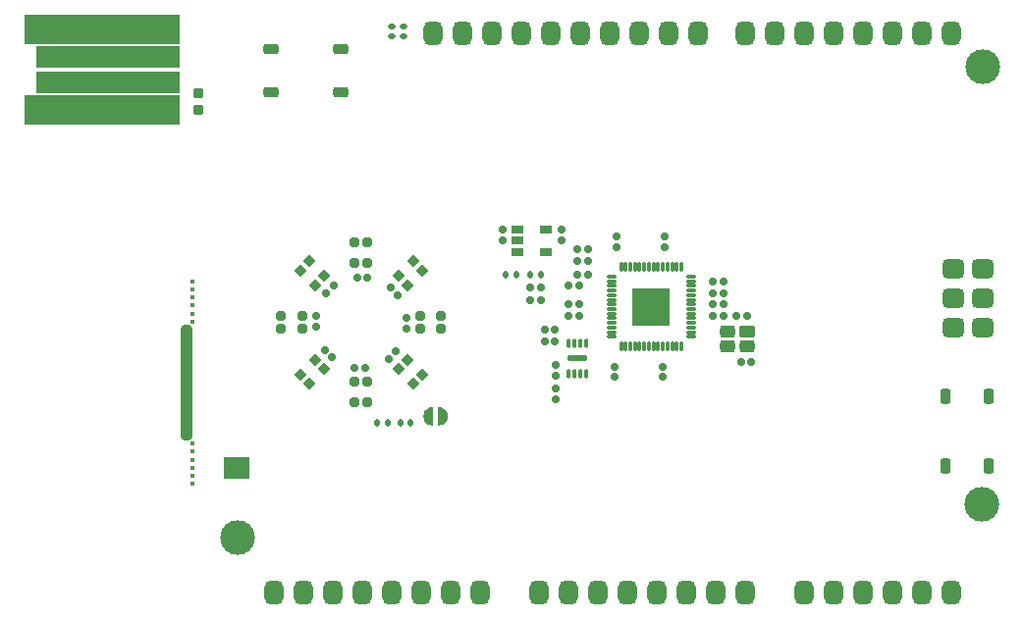
<source format=gts>
G04*
G04 #@! TF.GenerationSoftware,Altium Limited,Altium Designer,21.1.1 (26)*
G04*
G04 Layer_Color=8388736*
%FSAX44Y44*%
%MOMM*%
G71*
G04*
G04 #@! TF.SameCoordinates,35B4BD9A-10F4-4648-9EF8-68C66FDF8F35*
G04*
G04*
G04 #@! TF.FilePolarity,Negative*
G04*
G01*
G75*
%ADD33R,2.2000X1.8500*%
G04:AMPARAMS|DCode=34|XSize=0.8mm|YSize=0.35mm|CornerRadius=0.1125mm|HoleSize=0mm|Usage=FLASHONLY|Rotation=90.000|XOffset=0mm|YOffset=0mm|HoleType=Round|Shape=RoundedRectangle|*
%AMROUNDEDRECTD34*
21,1,0.8000,0.1250,0,0,90.0*
21,1,0.5750,0.3500,0,0,90.0*
1,1,0.2250,0.0625,0.2875*
1,1,0.2250,0.0625,-0.2875*
1,1,0.2250,-0.0625,-0.2875*
1,1,0.2250,-0.0625,0.2875*
%
%ADD34ROUNDEDRECTD34*%
G04:AMPARAMS|DCode=35|XSize=1.7mm|YSize=0.5mm|CornerRadius=0.15mm|HoleSize=0mm|Usage=FLASHONLY|Rotation=180.000|XOffset=0mm|YOffset=0mm|HoleType=Round|Shape=RoundedRectangle|*
%AMROUNDEDRECTD35*
21,1,1.7000,0.2000,0,0,180.0*
21,1,1.4000,0.5000,0,0,180.0*
1,1,0.3000,-0.7000,0.1000*
1,1,0.3000,0.7000,0.1000*
1,1,0.3000,0.7000,-0.1000*
1,1,0.3000,-0.7000,-0.1000*
%
%ADD35ROUNDEDRECTD35*%
G04:AMPARAMS|DCode=36|XSize=1.3mm|YSize=1.1mm|CornerRadius=0.3mm|HoleSize=0mm|Usage=FLASHONLY|Rotation=180.000|XOffset=0mm|YOffset=0mm|HoleType=Round|Shape=RoundedRectangle|*
%AMROUNDEDRECTD36*
21,1,1.3000,0.5000,0,0,180.0*
21,1,0.7000,1.1000,0,0,180.0*
1,1,0.6000,-0.3500,0.2500*
1,1,0.6000,0.3500,0.2500*
1,1,0.6000,0.3500,-0.2500*
1,1,0.6000,-0.3500,-0.2500*
%
%ADD36ROUNDEDRECTD36*%
G04:AMPARAMS|DCode=37|XSize=1.3mm|YSize=1.1mm|CornerRadius=0.15mm|HoleSize=0mm|Usage=FLASHONLY|Rotation=180.000|XOffset=0mm|YOffset=0mm|HoleType=Round|Shape=RoundedRectangle|*
%AMROUNDEDRECTD37*
21,1,1.3000,0.8000,0,0,180.0*
21,1,1.0000,1.1000,0,0,180.0*
1,1,0.3000,-0.5000,0.4000*
1,1,0.3000,0.5000,0.4000*
1,1,0.3000,0.5000,-0.4000*
1,1,0.3000,-0.5000,-0.4000*
%
%ADD37ROUNDEDRECTD37*%
G04:AMPARAMS|DCode=38|XSize=0.6mm|YSize=0.6mm|CornerRadius=0.175mm|HoleSize=0mm|Usage=FLASHONLY|Rotation=90.000|XOffset=0mm|YOffset=0mm|HoleType=Round|Shape=RoundedRectangle|*
%AMROUNDEDRECTD38*
21,1,0.6000,0.2500,0,0,90.0*
21,1,0.2500,0.6000,0,0,90.0*
1,1,0.3500,0.1250,0.1250*
1,1,0.3500,0.1250,-0.1250*
1,1,0.3500,-0.1250,-0.1250*
1,1,0.3500,-0.1250,0.1250*
%
%ADD38ROUNDEDRECTD38*%
G04:AMPARAMS|DCode=39|XSize=0.8mm|YSize=0.8mm|CornerRadius=0.19mm|HoleSize=0mm|Usage=FLASHONLY|Rotation=90.000|XOffset=0mm|YOffset=0mm|HoleType=Round|Shape=RoundedRectangle|*
%AMROUNDEDRECTD39*
21,1,0.8000,0.4200,0,0,90.0*
21,1,0.4200,0.8000,0,0,90.0*
1,1,0.3800,0.2100,0.2100*
1,1,0.3800,0.2100,-0.2100*
1,1,0.3800,-0.2100,-0.2100*
1,1,0.3800,-0.2100,0.2100*
%
%ADD39ROUNDEDRECTD39*%
G04:AMPARAMS|DCode=40|XSize=0.6mm|YSize=0.6mm|CornerRadius=0.175mm|HoleSize=0mm|Usage=FLASHONLY|Rotation=0.000|XOffset=0mm|YOffset=0mm|HoleType=Round|Shape=RoundedRectangle|*
%AMROUNDEDRECTD40*
21,1,0.6000,0.2500,0,0,0.0*
21,1,0.2500,0.6000,0,0,0.0*
1,1,0.3500,0.1250,-0.1250*
1,1,0.3500,-0.1250,-0.1250*
1,1,0.3500,-0.1250,0.1250*
1,1,0.3500,0.1250,0.1250*
%
%ADD40ROUNDEDRECTD40*%
G04:AMPARAMS|DCode=41|XSize=0.8mm|YSize=0.8mm|CornerRadius=0.19mm|HoleSize=0mm|Usage=FLASHONLY|Rotation=45.000|XOffset=0mm|YOffset=0mm|HoleType=Round|Shape=RoundedRectangle|*
%AMROUNDEDRECTD41*
21,1,0.8000,0.4200,0,0,45.0*
21,1,0.4200,0.8000,0,0,45.0*
1,1,0.3800,0.2970,0.0000*
1,1,0.3800,0.0000,-0.2970*
1,1,0.3800,-0.2970,0.0000*
1,1,0.3800,0.0000,0.2970*
%
%ADD41ROUNDEDRECTD41*%
G04:AMPARAMS|DCode=42|XSize=0.6mm|YSize=0.6mm|CornerRadius=0.175mm|HoleSize=0mm|Usage=FLASHONLY|Rotation=315.000|XOffset=0mm|YOffset=0mm|HoleType=Round|Shape=RoundedRectangle|*
%AMROUNDEDRECTD42*
21,1,0.6000,0.2500,0,0,315.0*
21,1,0.2500,0.6000,0,0,315.0*
1,1,0.3500,0.0000,-0.1768*
1,1,0.3500,-0.1768,0.0000*
1,1,0.3500,0.0000,0.1768*
1,1,0.3500,0.1768,0.0000*
%
%ADD42ROUNDEDRECTD42*%
G04:AMPARAMS|DCode=43|XSize=0.8mm|YSize=0.8mm|CornerRadius=0.19mm|HoleSize=0mm|Usage=FLASHONLY|Rotation=0.000|XOffset=0mm|YOffset=0mm|HoleType=Round|Shape=RoundedRectangle|*
%AMROUNDEDRECTD43*
21,1,0.8000,0.4200,0,0,0.0*
21,1,0.4200,0.8000,0,0,0.0*
1,1,0.3800,0.2100,-0.2100*
1,1,0.3800,-0.2100,-0.2100*
1,1,0.3800,-0.2100,0.2100*
1,1,0.3800,0.2100,0.2100*
%
%ADD43ROUNDEDRECTD43*%
G04:AMPARAMS|DCode=44|XSize=0.8mm|YSize=0.8mm|CornerRadius=0.19mm|HoleSize=0mm|Usage=FLASHONLY|Rotation=315.000|XOffset=0mm|YOffset=0mm|HoleType=Round|Shape=RoundedRectangle|*
%AMROUNDEDRECTD44*
21,1,0.8000,0.4200,0,0,315.0*
21,1,0.4200,0.8000,0,0,315.0*
1,1,0.3800,0.0000,-0.2970*
1,1,0.3800,-0.2970,0.0000*
1,1,0.3800,0.0000,0.2970*
1,1,0.3800,0.2970,0.0000*
%
%ADD44ROUNDEDRECTD44*%
G04:AMPARAMS|DCode=45|XSize=0.6mm|YSize=0.6mm|CornerRadius=0.175mm|HoleSize=0mm|Usage=FLASHONLY|Rotation=225.000|XOffset=0mm|YOffset=0mm|HoleType=Round|Shape=RoundedRectangle|*
%AMROUNDEDRECTD45*
21,1,0.6000,0.2500,0,0,225.0*
21,1,0.2500,0.6000,0,0,225.0*
1,1,0.3500,-0.1768,0.0000*
1,1,0.3500,0.0000,0.1768*
1,1,0.3500,0.1768,0.0000*
1,1,0.3500,0.0000,-0.1768*
%
%ADD45ROUNDEDRECTD45*%
G04:AMPARAMS|DCode=46|XSize=0.7mm|YSize=1.1mm|CornerRadius=0.2mm|HoleSize=0mm|Usage=FLASHONLY|Rotation=90.000|XOffset=0mm|YOffset=0mm|HoleType=Round|Shape=RoundedRectangle|*
%AMROUNDEDRECTD46*
21,1,0.7000,0.7000,0,0,90.0*
21,1,0.3000,1.1000,0,0,90.0*
1,1,0.4000,0.3500,0.1500*
1,1,0.4000,0.3500,-0.1500*
1,1,0.4000,-0.3500,-0.1500*
1,1,0.4000,-0.3500,0.1500*
%
%ADD46ROUNDEDRECTD46*%
G04:AMPARAMS|DCode=47|XSize=0.85mm|YSize=0.9mm|CornerRadius=0.2375mm|HoleSize=0mm|Usage=FLASHONLY|Rotation=270.000|XOffset=0mm|YOffset=0mm|HoleType=Round|Shape=RoundedRectangle|*
%AMROUNDEDRECTD47*
21,1,0.8500,0.4250,0,0,270.0*
21,1,0.3750,0.9000,0,0,270.0*
1,1,0.4750,-0.2125,-0.1875*
1,1,0.4750,-0.2125,0.1875*
1,1,0.4750,0.2125,0.1875*
1,1,0.4750,0.2125,-0.1875*
%
%ADD47ROUNDEDRECTD47*%
%ADD48R,13.4000X2.5000*%
%ADD49R,12.4000X1.9000*%
G04:AMPARAMS|DCode=50|XSize=0.55mm|YSize=0.6mm|CornerRadius=0.1625mm|HoleSize=0mm|Usage=FLASHONLY|Rotation=270.000|XOffset=0mm|YOffset=0mm|HoleType=Round|Shape=RoundedRectangle|*
%AMROUNDEDRECTD50*
21,1,0.5500,0.2750,0,0,270.0*
21,1,0.2250,0.6000,0,0,270.0*
1,1,0.3250,-0.1375,-0.1125*
1,1,0.3250,-0.1375,0.1125*
1,1,0.3250,0.1375,0.1125*
1,1,0.3250,0.1375,-0.1125*
%
%ADD50ROUNDEDRECTD50*%
G04:AMPARAMS|DCode=51|XSize=0.55mm|YSize=0.6mm|CornerRadius=0.1625mm|HoleSize=0mm|Usage=FLASHONLY|Rotation=0.000|XOffset=0mm|YOffset=0mm|HoleType=Round|Shape=RoundedRectangle|*
%AMROUNDEDRECTD51*
21,1,0.5500,0.2750,0,0,0.0*
21,1,0.2250,0.6000,0,0,0.0*
1,1,0.3250,0.1125,-0.1375*
1,1,0.3250,-0.1125,-0.1375*
1,1,0.3250,-0.1125,0.1375*
1,1,0.3250,0.1125,0.1375*
%
%ADD51ROUNDEDRECTD51*%
%ADD52C,3.0000*%
G04:AMPARAMS|DCode=53|XSize=3.3mm|YSize=3.3mm|CornerRadius=0.21mm|HoleSize=0mm|Usage=FLASHONLY|Rotation=90.000|XOffset=0mm|YOffset=0mm|HoleType=Round|Shape=RoundedRectangle|*
%AMROUNDEDRECTD53*
21,1,3.3000,2.8800,0,0,90.0*
21,1,2.8800,3.3000,0,0,90.0*
1,1,0.4200,1.4400,1.4400*
1,1,0.4200,1.4400,-1.4400*
1,1,0.4200,-1.4400,-1.4400*
1,1,0.4200,-1.4400,1.4400*
%
%ADD53ROUNDEDRECTD53*%
G04:AMPARAMS|DCode=54|XSize=0.3mm|YSize=0.9mm|CornerRadius=0.125mm|HoleSize=0mm|Usage=FLASHONLY|Rotation=90.000|XOffset=0mm|YOffset=0mm|HoleType=Round|Shape=RoundedRectangle|*
%AMROUNDEDRECTD54*
21,1,0.3000,0.6500,0,0,90.0*
21,1,0.0500,0.9000,0,0,90.0*
1,1,0.2500,0.3250,0.0250*
1,1,0.2500,0.3250,-0.0250*
1,1,0.2500,-0.3250,-0.0250*
1,1,0.2500,-0.3250,0.0250*
%
%ADD54ROUNDEDRECTD54*%
G04:AMPARAMS|DCode=55|XSize=0.9mm|YSize=0.3mm|CornerRadius=0.125mm|HoleSize=0mm|Usage=FLASHONLY|Rotation=90.000|XOffset=0mm|YOffset=0mm|HoleType=Round|Shape=RoundedRectangle|*
%AMROUNDEDRECTD55*
21,1,0.9000,0.0500,0,0,90.0*
21,1,0.6500,0.3000,0,0,90.0*
1,1,0.2500,0.0250,0.3250*
1,1,0.2500,0.0250,-0.3250*
1,1,0.2500,-0.0250,-0.3250*
1,1,0.2500,-0.0250,0.3250*
%
%ADD55ROUNDEDRECTD55*%
G04:AMPARAMS|DCode=56|XSize=0.9mm|YSize=1.3mm|CornerRadius=0.25mm|HoleSize=0mm|Usage=FLASHONLY|Rotation=0.000|XOffset=0mm|YOffset=0mm|HoleType=Round|Shape=RoundedRectangle|*
%AMROUNDEDRECTD56*
21,1,0.9000,0.8000,0,0,0.0*
21,1,0.4000,1.3000,0,0,0.0*
1,1,0.5000,0.2000,-0.4000*
1,1,0.5000,-0.2000,-0.4000*
1,1,0.5000,-0.2000,0.4000*
1,1,0.5000,0.2000,0.4000*
%
%ADD56ROUNDEDRECTD56*%
G04:AMPARAMS|DCode=57|XSize=0.9mm|YSize=1.3mm|CornerRadius=0.25mm|HoleSize=0mm|Usage=FLASHONLY|Rotation=270.000|XOffset=0mm|YOffset=0mm|HoleType=Round|Shape=RoundedRectangle|*
%AMROUNDEDRECTD57*
21,1,0.9000,0.8000,0,0,270.0*
21,1,0.4000,1.3000,0,0,270.0*
1,1,0.5000,-0.4000,-0.2000*
1,1,0.5000,-0.4000,0.2000*
1,1,0.5000,0.4000,0.2000*
1,1,0.5000,0.4000,-0.2000*
%
%ADD57ROUNDEDRECTD57*%
%ADD58O,1.1000X10.1000*%
G04:AMPARAMS|DCode=59|XSize=2.1mm|YSize=1.7mm|CornerRadius=0.65mm|HoleSize=0mm|Usage=FLASHONLY|Rotation=90.000|XOffset=0mm|YOffset=0mm|HoleType=Round|Shape=RoundedRectangle|*
%AMROUNDEDRECTD59*
21,1,2.1000,0.4000,0,0,90.0*
21,1,0.8000,1.7000,0,0,90.0*
1,1,1.3000,0.2000,0.4000*
1,1,1.3000,0.2000,-0.4000*
1,1,1.3000,-0.2000,-0.4000*
1,1,1.3000,-0.2000,0.4000*
%
%ADD59ROUNDEDRECTD59*%
%ADD60C,0.4000*%
G04:AMPARAMS|DCode=61|XSize=1.9mm|YSize=1.7mm|CornerRadius=0.45mm|HoleSize=0mm|Usage=FLASHONLY|Rotation=0.000|XOffset=0mm|YOffset=0mm|HoleType=Round|Shape=RoundedRectangle|*
%AMROUNDEDRECTD61*
21,1,1.9000,0.8000,0,0,0.0*
21,1,1.0000,1.7000,0,0,0.0*
1,1,0.9000,0.5000,-0.4000*
1,1,0.9000,-0.5000,-0.4000*
1,1,0.9000,-0.5000,0.4000*
1,1,0.9000,0.5000,0.4000*
%
%ADD61ROUNDEDRECTD61*%
G36*
X00357598Y00188993D02*
X00357692Y00188964D01*
X00357779Y00188918D01*
X00357855Y00188855D01*
X00357918Y00188779D01*
X00357964Y00188692D01*
X00357993Y00188598D01*
X00358002Y00188500D01*
Y00173500D01*
X00357993Y00173402D01*
X00357964Y00173308D01*
X00357918Y00173221D01*
X00357855Y00173145D01*
X00357779Y00173082D01*
X00357692Y00173036D01*
X00357598Y00173007D01*
X00357500Y00172998D01*
X00356761D01*
X00356663Y00173007D01*
X00356663Y00173007D01*
X00355214Y00173295D01*
X00355120Y00173324D01*
X00353755Y00173889D01*
X00353755Y00173889D01*
X00353709Y00173914D01*
X00353668Y00173936D01*
X00353668Y00173936D01*
X00352440Y00174757D01*
X00352440Y00174757D01*
X00352398Y00174791D01*
X00352364Y00174819D01*
X00352364Y00174819D01*
X00351842Y00175341D01*
X00351841Y00175342D01*
X00351319Y00175864D01*
Y00175864D01*
X00351319D01*
X00351257Y00175940D01*
X00350436Y00177168D01*
X00350436Y00177168D01*
X00350389Y00177255D01*
X00349824Y00178620D01*
X00349824Y00178620D01*
X00349795Y00178714D01*
X00349507Y00180163D01*
X00349498Y00180261D01*
Y00181000D01*
Y00181739D01*
X00349507Y00181837D01*
X00349507Y00181837D01*
X00349795Y00183286D01*
X00349824Y00183380D01*
X00350389Y00184745D01*
X00350389Y00184745D01*
X00350414Y00184791D01*
X00350436Y00184832D01*
X00350436Y00184832D01*
X00351256Y00186060D01*
X00351257Y00186060D01*
X00351319Y00186136D01*
X00351842Y00186659D01*
X00352364Y00187181D01*
X00352364D01*
Y00187181D01*
X00352440Y00187243D01*
X00353668Y00188064D01*
X00353668Y00188064D01*
X00353755Y00188111D01*
X00355120Y00188676D01*
X00355120Y00188676D01*
X00355214Y00188704D01*
X00356663Y00188993D01*
X00356761Y00189002D01*
X00357500D01*
X00357598Y00188993D01*
D02*
G37*
G36*
X00363337D02*
X00364786Y00188704D01*
X00364880Y00188676D01*
X00364880Y00188676D01*
X00366245Y00188111D01*
X00366332Y00188064D01*
X00366332Y00188064D01*
X00367560Y00187243D01*
X00367636Y00187181D01*
Y00187181D01*
X00367636D01*
X00368158Y00186659D01*
X00368681Y00186136D01*
X00368743Y00186060D01*
X00368744Y00186060D01*
X00369564Y00184832D01*
X00369564Y00184832D01*
X00369586Y00184791D01*
X00369611Y00184745D01*
X00369611Y00184745D01*
X00370176Y00183380D01*
X00370205Y00183286D01*
X00370493Y00181837D01*
X00370502Y00181739D01*
Y00181000D01*
Y00180261D01*
X00370493Y00180163D01*
X00370205Y00178714D01*
X00370176Y00178620D01*
X00370176Y00178620D01*
X00369611Y00177255D01*
X00369564Y00177168D01*
X00369564Y00177168D01*
X00368743Y00175940D01*
X00368681Y00175864D01*
X00368681D01*
Y00175864D01*
X00368159Y00175342D01*
X00368159Y00175341D01*
X00368158Y00175341D01*
X00368158Y00175341D01*
X00367636Y00174819D01*
X00367636Y00174819D01*
X00367602Y00174791D01*
X00367560Y00174757D01*
X00367560Y00174757D01*
X00366332Y00173936D01*
X00366332Y00173936D01*
X00366291Y00173914D01*
X00366245Y00173889D01*
X00366245Y00173889D01*
X00364880Y00173324D01*
X00364786Y00173295D01*
X00363337Y00173007D01*
X00363337Y00173007D01*
X00363239Y00172998D01*
X00362500D01*
X00362402Y00173007D01*
X00362308Y00173036D01*
X00362221Y00173082D01*
X00362145Y00173145D01*
X00362082Y00173221D01*
X00362036Y00173308D01*
X00362007Y00173402D01*
X00361998Y00173500D01*
Y00188500D01*
X00362007Y00188598D01*
X00362036Y00188692D01*
X00362082Y00188779D01*
X00362145Y00188855D01*
X00362221Y00188918D01*
X00362308Y00188964D01*
X00362402Y00188993D01*
X00362500Y00189002D01*
X00363239D01*
X00363337Y00188993D01*
D02*
G37*
D33*
X00188497Y00136250D02*
D03*
D34*
X00474500Y00217750D02*
D03*
X00479500D02*
D03*
X00484500D02*
D03*
X00489500D02*
D03*
Y00244250D02*
D03*
X00484500D02*
D03*
X00479500D02*
D03*
X00474500D02*
D03*
D35*
X00482000Y00231000D02*
D03*
D36*
X00611500Y00254000D02*
D03*
Y00241000D02*
D03*
X00628500D02*
D03*
D37*
Y00254000D02*
D03*
D38*
X00257000Y00267500D02*
D03*
Y00258500D02*
D03*
X00335000Y00256500D02*
D03*
Y00265500D02*
D03*
X00468500Y00333000D02*
D03*
Y00342000D02*
D03*
X00418000Y00333000D02*
D03*
Y00342000D02*
D03*
X00556000Y00215000D02*
D03*
Y00224000D02*
D03*
X00557500Y00336000D02*
D03*
Y00327000D02*
D03*
X00516000Y00336000D02*
D03*
Y00327000D02*
D03*
X00514500Y00215000D02*
D03*
Y00224000D02*
D03*
X00463500Y00196000D02*
D03*
Y00205000D02*
D03*
Y00225000D02*
D03*
Y00216000D02*
D03*
D39*
X00290500Y00331000D02*
D03*
Y00313000D02*
D03*
X00301500D02*
D03*
Y00331000D02*
D03*
Y00193000D02*
D03*
Y00211000D02*
D03*
X00290500D02*
D03*
Y00193000D02*
D03*
D40*
X00301500Y00301000D02*
D03*
X00292500D02*
D03*
X00290500Y00223000D02*
D03*
X00299500D02*
D03*
X00442000Y00281500D02*
D03*
X00451000D02*
D03*
X00454000Y00256000D02*
D03*
X00463000D02*
D03*
X00451000Y00292000D02*
D03*
X00442000D02*
D03*
X00628500Y00267500D02*
D03*
X00619500D02*
D03*
X00608500Y00277500D02*
D03*
X00599500D02*
D03*
X00608500Y00267500D02*
D03*
X00599500D02*
D03*
Y00297500D02*
D03*
X00608500D02*
D03*
X00608500Y00287500D02*
D03*
X00599500D02*
D03*
X00632500Y00227500D02*
D03*
X00623500D02*
D03*
X00482500Y00315000D02*
D03*
X00491500D02*
D03*
X00475000Y00293500D02*
D03*
X00484000D02*
D03*
X00482500Y00303500D02*
D03*
X00491500D02*
D03*
X00475000Y00277500D02*
D03*
X00484000D02*
D03*
X00475000Y00267500D02*
D03*
X00484000D02*
D03*
X00491500Y00325000D02*
D03*
X00482500D02*
D03*
X00454000Y00246000D02*
D03*
X00463000D02*
D03*
D41*
X00340901Y00314680D02*
D03*
X00328173Y00301952D02*
D03*
X00335951Y00294173D02*
D03*
X00348679Y00306901D02*
D03*
X00251099Y00209321D02*
D03*
X00263827Y00222048D02*
D03*
X00256049Y00229827D02*
D03*
X00243321Y00217099D02*
D03*
D42*
X00327466Y00285688D02*
D03*
X00321102Y00292052D02*
D03*
X00264534Y00238312D02*
D03*
X00270898Y00231948D02*
D03*
D43*
X00365000Y00267500D02*
D03*
X00347000D02*
D03*
Y00256500D02*
D03*
X00365000D02*
D03*
X00227000D02*
D03*
X00245000D02*
D03*
Y00267500D02*
D03*
X00227000D02*
D03*
D44*
X00348679Y00217099D02*
D03*
X00335951Y00229827D02*
D03*
X00328173Y00222048D02*
D03*
X00340901Y00209321D02*
D03*
X00243321Y00306901D02*
D03*
X00256049Y00294173D02*
D03*
X00263827Y00301952D02*
D03*
X00251099Y00314680D02*
D03*
D45*
X00319688Y00230534D02*
D03*
X00326052Y00236898D02*
D03*
X00272312Y00293466D02*
D03*
X00265948Y00287102D02*
D03*
D46*
X00455000Y00342000D02*
D03*
X00431000Y00323000D02*
D03*
X00455000D02*
D03*
X00431000Y00342000D02*
D03*
Y00332500D02*
D03*
D47*
X00155500Y00445000D02*
D03*
Y00460000D02*
D03*
D48*
X00072500Y00445000D02*
D03*
Y00515000D02*
D03*
D49*
X00077500Y00469000D02*
D03*
Y00491000D02*
D03*
D50*
X00332500Y00517500D02*
D03*
Y00508500D02*
D03*
X00322500Y00517500D02*
D03*
Y00508500D02*
D03*
D51*
X00420500Y00303000D02*
D03*
X00429500D02*
D03*
X00442000D02*
D03*
X00451000D02*
D03*
X00309500Y00175000D02*
D03*
X00318500D02*
D03*
X00329500D02*
D03*
X00338500D02*
D03*
D52*
X00189000Y00076000D02*
D03*
X00831000Y00105000D02*
D03*
X00832000Y00483000D02*
D03*
D53*
X00546000Y00275500D02*
D03*
D54*
X00580350Y00249500D02*
D03*
Y00253500D02*
D03*
Y00257500D02*
D03*
Y00261500D02*
D03*
Y00265500D02*
D03*
Y00269500D02*
D03*
Y00273500D02*
D03*
Y00277500D02*
D03*
Y00281500D02*
D03*
Y00285500D02*
D03*
Y00289500D02*
D03*
Y00293500D02*
D03*
Y00297500D02*
D03*
Y00301500D02*
D03*
X00511650D02*
D03*
Y00297500D02*
D03*
Y00293500D02*
D03*
Y00289500D02*
D03*
Y00285500D02*
D03*
Y00281500D02*
D03*
Y00277500D02*
D03*
Y00273500D02*
D03*
Y00269500D02*
D03*
Y00265500D02*
D03*
Y00261500D02*
D03*
Y00257500D02*
D03*
Y00253500D02*
D03*
Y00249500D02*
D03*
D55*
X00520000Y00241150D02*
D03*
X00524000D02*
D03*
X00528000D02*
D03*
X00532000D02*
D03*
X00536000D02*
D03*
X00540000D02*
D03*
X00544000D02*
D03*
X00548000D02*
D03*
X00552000D02*
D03*
X00556000D02*
D03*
X00560000D02*
D03*
X00564000D02*
D03*
X00568000D02*
D03*
X00572000D02*
D03*
Y00309850D02*
D03*
X00568000D02*
D03*
X00564000D02*
D03*
X00560000D02*
D03*
X00556000D02*
D03*
X00552000D02*
D03*
X00548000D02*
D03*
X00544000D02*
D03*
X00540000D02*
D03*
X00536000D02*
D03*
X00532000D02*
D03*
X00528000D02*
D03*
X00524000D02*
D03*
X00520000D02*
D03*
D56*
X00800000Y00137893D02*
D03*
Y00197893D02*
D03*
X00837000Y00137893D02*
D03*
Y00197893D02*
D03*
D57*
X00217893Y00498000D02*
D03*
X00277893D02*
D03*
X00217893Y00461000D02*
D03*
X00277893D02*
D03*
D58*
X00145000Y00210000D02*
D03*
D59*
X00398773Y00028573D02*
D03*
X00373373D02*
D03*
X00347973D02*
D03*
X00322573D02*
D03*
X00297173D02*
D03*
X00271773D02*
D03*
X00246373D02*
D03*
X00220973D02*
D03*
X00627373Y00511173D02*
D03*
X00358133D02*
D03*
X00652773D02*
D03*
X00383533D02*
D03*
X00678173D02*
D03*
X00408933D02*
D03*
X00703573D02*
D03*
X00434333D02*
D03*
X00728973D02*
D03*
X00459733D02*
D03*
X00754373D02*
D03*
X00485133D02*
D03*
X00779773D02*
D03*
X00510533D02*
D03*
X00805173D02*
D03*
X00535933D02*
D03*
X00561333D02*
D03*
X00586733D02*
D03*
X00779773Y00028573D02*
D03*
X00805173D02*
D03*
X00449573D02*
D03*
X00474973D02*
D03*
X00500373D02*
D03*
X00525773D02*
D03*
X00551173D02*
D03*
X00576573D02*
D03*
X00601973D02*
D03*
X00627373D02*
D03*
X00678173D02*
D03*
X00703573D02*
D03*
X00728973D02*
D03*
X00754373D02*
D03*
D60*
X00150000Y00122500D02*
D03*
Y00129500D02*
D03*
Y00136500D02*
D03*
Y00143500D02*
D03*
Y00150500D02*
D03*
Y00157500D02*
D03*
Y00269500D02*
D03*
Y00276500D02*
D03*
Y00297500D02*
D03*
Y00283500D02*
D03*
Y00290500D02*
D03*
Y00262500D02*
D03*
D61*
X00806443Y00307973D02*
D03*
X00831843D02*
D03*
X00806443Y00282573D02*
D03*
X00831843D02*
D03*
X00806443Y00257173D02*
D03*
X00831843D02*
D03*
M02*

</source>
